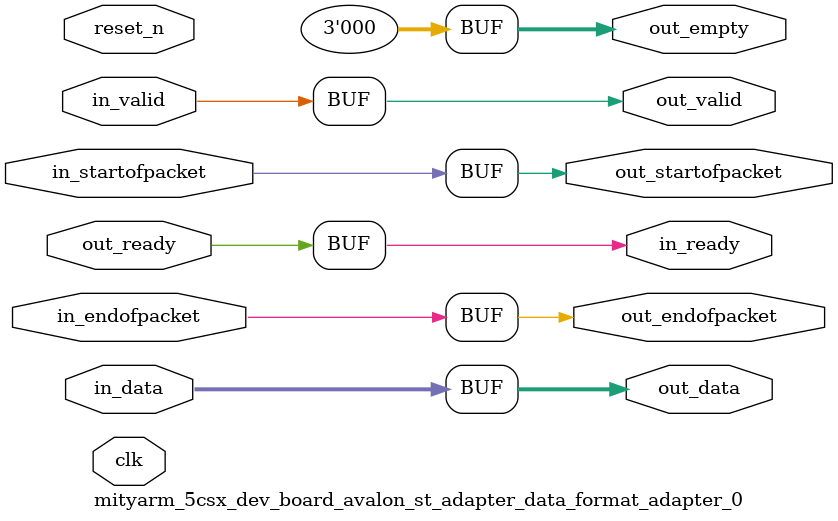
<source format=v>

`timescale 1ns / 100ps
module mityarm_5csx_dev_board_avalon_st_adapter_data_format_adapter_0 (
    
      // Interface: clk
      input              clk,
      // Interface: reset
      input              reset_n,
      // Interface: in
      output reg         in_ready,
      input              in_valid,
      input      [63: 0] in_data,
      input              in_startofpacket,
      input              in_endofpacket,
      // Interface: out
      input              out_ready,
      output reg         out_valid,
      output reg [63: 0] out_data,
      output reg         out_startofpacket,
      output reg         out_endofpacket,
      output reg [ 2: 0] out_empty
);



   always @* begin
      in_ready = out_ready;
      out_valid = in_valid;
      out_data = in_data;
      out_startofpacket = in_startofpacket;
      out_endofpacket = in_endofpacket;

      out_empty = 0;

   end

endmodule


</source>
